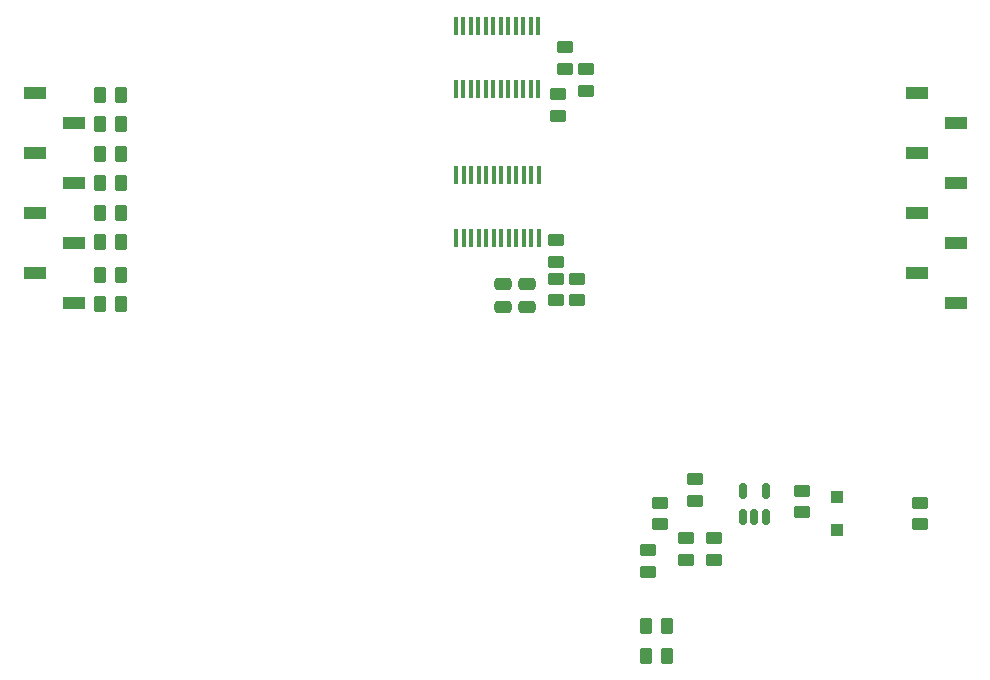
<source format=gbr>
G04 #@! TF.GenerationSoftware,KiCad,Pcbnew,(6.0.4-0)*
G04 #@! TF.CreationDate,2022-03-22T22:29:09-04:00*
G04 #@! TF.ProjectId,unitron,756e6974-726f-46e2-9e6b-696361645f70,1.12*
G04 #@! TF.SameCoordinates,Original*
G04 #@! TF.FileFunction,Paste,Bot*
G04 #@! TF.FilePolarity,Positive*
%FSLAX46Y46*%
G04 Gerber Fmt 4.6, Leading zero omitted, Abs format (unit mm)*
G04 Created by KiCad (PCBNEW (6.0.4-0)) date 2022-03-22 22:29:09*
%MOMM*%
%LPD*%
G01*
G04 APERTURE LIST*
G04 Aperture macros list*
%AMRoundRect*
0 Rectangle with rounded corners*
0 $1 Rounding radius*
0 $2 $3 $4 $5 $6 $7 $8 $9 X,Y pos of 4 corners*
0 Add a 4 corners polygon primitive as box body*
4,1,4,$2,$3,$4,$5,$6,$7,$8,$9,$2,$3,0*
0 Add four circle primitives for the rounded corners*
1,1,$1+$1,$2,$3*
1,1,$1+$1,$4,$5*
1,1,$1+$1,$6,$7*
1,1,$1+$1,$8,$9*
0 Add four rect primitives between the rounded corners*
20,1,$1+$1,$2,$3,$4,$5,0*
20,1,$1+$1,$4,$5,$6,$7,0*
20,1,$1+$1,$6,$7,$8,$9,0*
20,1,$1+$1,$8,$9,$2,$3,0*%
G04 Aperture macros list end*
%ADD10RoundRect,0.250000X-0.450000X0.262500X-0.450000X-0.262500X0.450000X-0.262500X0.450000X0.262500X0*%
%ADD11R,0.410000X1.600000*%
%ADD12RoundRect,0.250000X0.450000X-0.262500X0.450000X0.262500X-0.450000X0.262500X-0.450000X-0.262500X0*%
%ADD13RoundRect,0.250000X-0.262500X-0.450000X0.262500X-0.450000X0.262500X0.450000X-0.262500X0.450000X0*%
%ADD14RoundRect,0.150000X0.150000X-0.512500X0.150000X0.512500X-0.150000X0.512500X-0.150000X-0.512500X0*%
%ADD15RoundRect,0.250000X-0.475000X0.250000X-0.475000X-0.250000X0.475000X-0.250000X0.475000X0.250000X0*%
%ADD16RoundRect,0.250000X0.475000X-0.250000X0.475000X0.250000X-0.475000X0.250000X-0.475000X-0.250000X0*%
%ADD17R,1.900000X1.000000*%
%ADD18R,1.100000X1.100000*%
G04 APERTURE END LIST*
D10*
X111000000Y-48087500D03*
X111000000Y-49912500D03*
X109250000Y-44837500D03*
X109250000Y-46662500D03*
X109250000Y-48087500D03*
X109250000Y-49912500D03*
X110000000Y-28487500D03*
X110000000Y-30312500D03*
X109400000Y-32487500D03*
X109400000Y-34312500D03*
D11*
X100761800Y-39330863D03*
X101396800Y-39330863D03*
X102031800Y-39330863D03*
X102666800Y-39330863D03*
X103301800Y-39330863D03*
X103936800Y-39330863D03*
X104571800Y-39330863D03*
X105206800Y-39330863D03*
X105841800Y-39330863D03*
X106476800Y-39330863D03*
X107111800Y-39330863D03*
X107746800Y-39330863D03*
X107746800Y-44639463D03*
X107111800Y-44639463D03*
X106476800Y-44639463D03*
X105841800Y-44639463D03*
X105206800Y-44639463D03*
X104571800Y-44639463D03*
X103936800Y-44639463D03*
X103301800Y-44639463D03*
X102666800Y-44639463D03*
X102031800Y-44639463D03*
X101396800Y-44639463D03*
X100761800Y-44639463D03*
D10*
X111800000Y-30337500D03*
X111800000Y-32162500D03*
D12*
X117025400Y-72887100D03*
X117025400Y-71062100D03*
D13*
X116837500Y-80000000D03*
X118662500Y-80000000D03*
D14*
X126975400Y-68312100D03*
X126025400Y-68312100D03*
X125075400Y-68312100D03*
X125075400Y-66037100D03*
X126975400Y-66037100D03*
D13*
X70587500Y-32500000D03*
X72412500Y-32500000D03*
X70587500Y-45000000D03*
X72412500Y-45000000D03*
D15*
X106750000Y-48550000D03*
X106750000Y-50450000D03*
D13*
X70587500Y-40000000D03*
X72412500Y-40000000D03*
D16*
X104750000Y-50450000D03*
X104750000Y-48550000D03*
D10*
X140025400Y-67062100D03*
X140025400Y-68887100D03*
D12*
X130025400Y-67887100D03*
X130025400Y-66062100D03*
X120250400Y-71887100D03*
X120250400Y-70062100D03*
D13*
X70587500Y-42500000D03*
X72412500Y-42500000D03*
X70587500Y-47750000D03*
X72412500Y-47750000D03*
X70587500Y-35000000D03*
X72412500Y-35000000D03*
D17*
X139777200Y-32406173D03*
X143077200Y-34946173D03*
X139777200Y-37486173D03*
X143077200Y-40026173D03*
X139777200Y-42566173D03*
X143077200Y-45106173D03*
X139777200Y-47646173D03*
X143077200Y-50186173D03*
D18*
X133000000Y-66600000D03*
X133000000Y-69400000D03*
D13*
X70587500Y-50250000D03*
X72412500Y-50250000D03*
D11*
X100732900Y-26691873D03*
X101367900Y-26691873D03*
X102002900Y-26691873D03*
X102637900Y-26691873D03*
X103272900Y-26691873D03*
X103907900Y-26691873D03*
X104542900Y-26691873D03*
X105177900Y-26691873D03*
X105812900Y-26691873D03*
X106447900Y-26691873D03*
X107082900Y-26691873D03*
X107717900Y-26691873D03*
X107717900Y-32000473D03*
X107082900Y-32000473D03*
X106447900Y-32000473D03*
X105812900Y-32000473D03*
X105177900Y-32000473D03*
X104542900Y-32000473D03*
X103907900Y-32000473D03*
X103272900Y-32000473D03*
X102637900Y-32000473D03*
X102002900Y-32000473D03*
X101367900Y-32000473D03*
X100732900Y-32000473D03*
D10*
X118025400Y-67062100D03*
X118025400Y-68887100D03*
X122625400Y-70087100D03*
X122625400Y-71912100D03*
D17*
X65101200Y-32406173D03*
X68401200Y-34946173D03*
X65101200Y-37486173D03*
X68401200Y-40026173D03*
X65101200Y-42566173D03*
X68401200Y-45106173D03*
X65101200Y-47646173D03*
X68401200Y-50186173D03*
D13*
X116837500Y-77500000D03*
X118662500Y-77500000D03*
D10*
X121025400Y-65062100D03*
X121025400Y-66887100D03*
D13*
X70587500Y-37500000D03*
X72412500Y-37500000D03*
M02*

</source>
